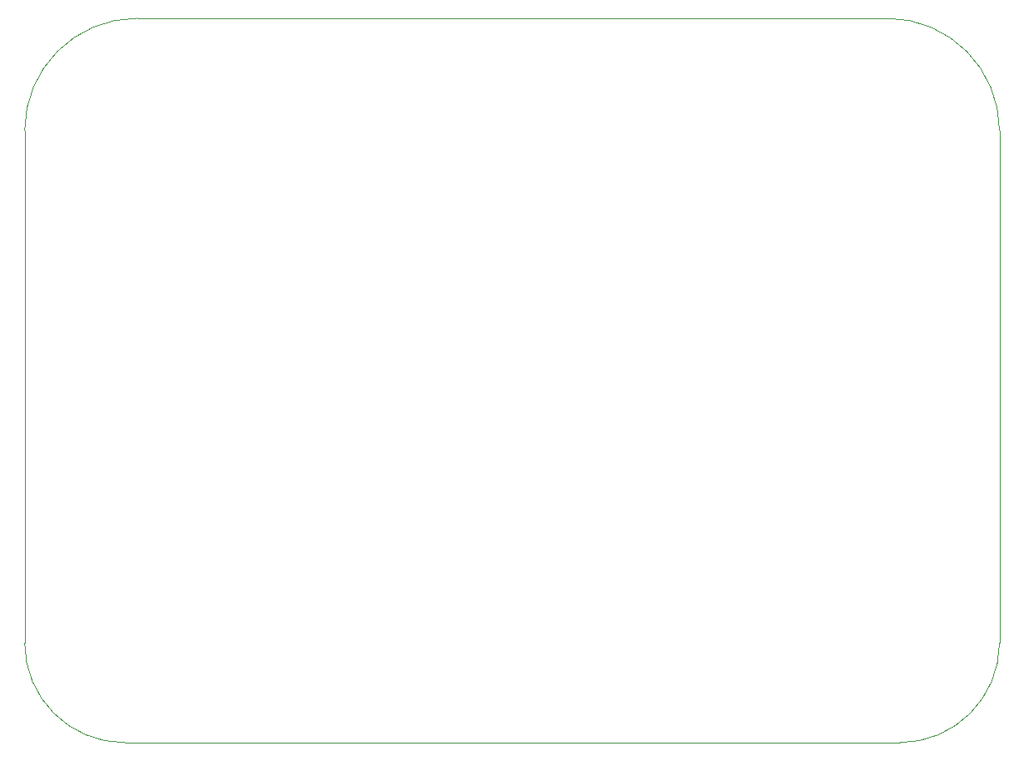
<source format=gm1>
%TF.GenerationSoftware,KiCad,Pcbnew,(5.1.10)-1*%
%TF.CreationDate,2022-05-04T21:28:41+02:00*%
%TF.ProjectId,telemetria tyl,74656c65-6d65-4747-9269-612074796c2e,rev?*%
%TF.SameCoordinates,Original*%
%TF.FileFunction,Profile,NP*%
%FSLAX46Y46*%
G04 Gerber Fmt 4.6, Leading zero omitted, Abs format (unit mm)*
G04 Created by KiCad (PCBNEW (5.1.10)-1) date 2022-05-04 21:28:41*
%MOMM*%
%LPD*%
G01*
G04 APERTURE LIST*
%TA.AperFunction,Profile*%
%ADD10C,0.050000*%
%TD*%
G04 APERTURE END LIST*
D10*
X107950000Y-90170000D02*
X29210000Y-90170000D01*
X106680000Y-16510000D02*
X93980000Y-16510000D01*
X30480000Y-16510000D02*
X93980000Y-16510000D01*
X118110000Y-27940000D02*
X118110000Y-80010000D01*
X118110000Y-80010000D02*
G75*
G02*
X107950000Y-90170000I-10160000J0D01*
G01*
X106680000Y-16510000D02*
G75*
G02*
X118110000Y-27940000I0J-11430000D01*
G01*
X19050000Y-80010000D02*
X19050000Y-27940000D01*
X29210000Y-90170000D02*
G75*
G02*
X19050000Y-80010000I0J10160000D01*
G01*
X19050000Y-27940000D02*
G75*
G02*
X30480000Y-16510000I11430000J0D01*
G01*
M02*

</source>
